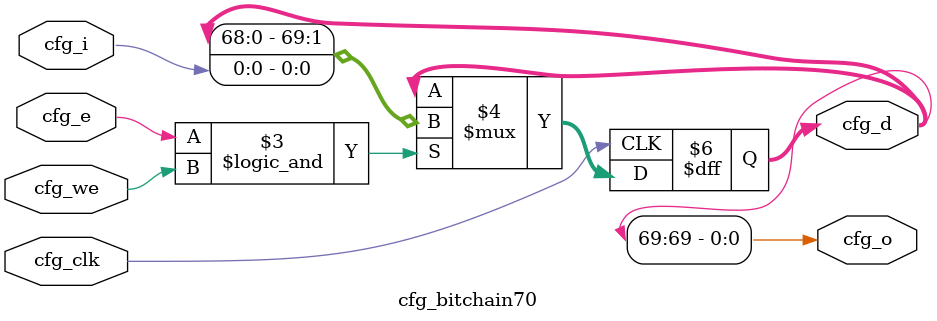
<source format=v>
module cfg_bitchain70 (
    input wire [0:0] cfg_clk,
    input wire [0:0] cfg_e,
    input wire [0:0] cfg_we,
    input wire [0:0] cfg_i,
    output reg [0:0] cfg_o,
    output reg [69:0] cfg_d
    );

    // combinational outputs
    always @* begin
        cfg_o = cfg_d[69];
    end

    always @(posedge cfg_clk) begin
        if (cfg_e && cfg_we) begin
            cfg_d <= {cfg_d, cfg_i};
        end
    end

endmodule

</source>
